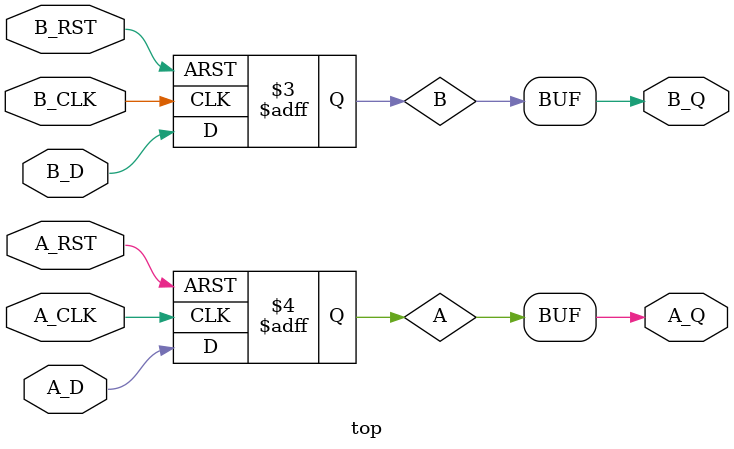
<source format=v>
module top(
    input  wire A_CLK,
    input  wire A_RST,
    input  wire A_D,
    output wire A_Q,

    (* clkbuf_inhibit *)
    input  wire B_CLK,
    (* clkbuf_inhibit *)
    input  wire B_RST,
    input  wire B_D,
    output wire B_Q,
);

    // A
    reg A;
    always @(posedge A_CLK or posedge A_RST)
        if (A_RST) A <= 1'b0;
        else       A <= A_D;
    assign A_Q = A;

    // B
    reg B;
    always @(posedge B_CLK or posedge B_RST)
        if (B_RST) B <= 1'b0;
        else       B <= B_D;
    assign B_Q = B;

endmodule

</source>
